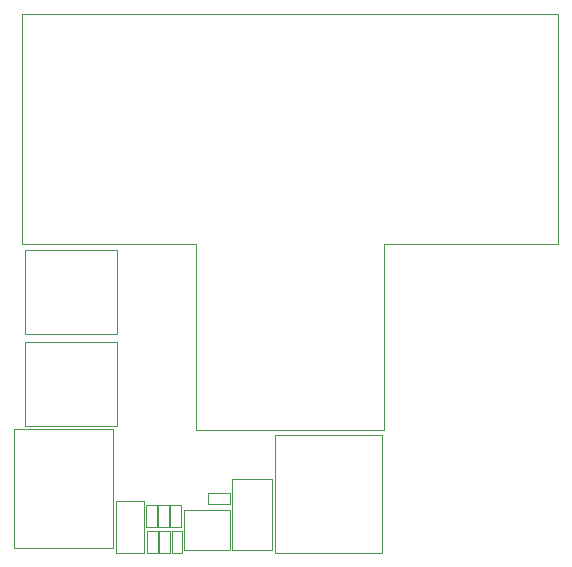
<source format=gbr>
%TF.GenerationSoftware,KiCad,Pcbnew,8.99.0-3218-gdd8f7901b1*%
%TF.CreationDate,2025-01-23T14:21:22-05:00*%
%TF.ProjectId,hack_matrix,6861636b-5f6d-4617-9472-69782e6b6963,rev?*%
%TF.SameCoordinates,Original*%
%TF.FileFunction,Other,User*%
%FSLAX46Y46*%
G04 Gerber Fmt 4.6, Leading zero omitted, Abs format (unit mm)*
G04 Created by KiCad (PCBNEW 8.99.0-3218-gdd8f7901b1) date 2025-01-23 14:21:22*
%MOMM*%
%LPD*%
G01*
G04 APERTURE LIST*
%ADD10C,0.050000*%
%ADD11C,0.100000*%
G04 APERTURE END LIST*
D10*
%TO.C,U6*%
X166849154Y-47446561D02*
X212249154Y-47446561D01*
X166849154Y-66946561D02*
X166849154Y-47446561D01*
X181599154Y-66946561D02*
X166849154Y-66946561D01*
X181599154Y-82696561D02*
X181599154Y-66946561D01*
X197499154Y-66946561D02*
X197499154Y-82696561D01*
X197499154Y-66946561D02*
X212249154Y-66946561D01*
X197499154Y-82696561D02*
X181599154Y-82696561D01*
X212249154Y-66946561D02*
X212249154Y-47446561D01*
%TO.C,U5*%
X167090000Y-67450000D02*
X167090000Y-74550000D01*
X167090000Y-67450000D02*
X174910000Y-67450000D01*
X167090000Y-74550000D02*
X174910000Y-74550000D01*
X174910000Y-67450000D02*
X174910000Y-74550000D01*
%TO.C,C5*%
X179363587Y-89081430D02*
X180283587Y-89081430D01*
X179363587Y-90901430D02*
X179363587Y-89081430D01*
X180283587Y-89081430D02*
X180283587Y-90901430D01*
X180283587Y-90901430D02*
X179363587Y-90901430D01*
%TO.C,J1*%
X166150000Y-82597570D02*
X166150000Y-92647570D01*
X166150000Y-92647570D02*
X174570000Y-92647570D01*
X174570000Y-82597570D02*
X166150000Y-82597570D01*
X174570000Y-92647570D02*
X174570000Y-82597570D01*
%TO.C,C10*%
X182590000Y-88040000D02*
X184410000Y-88040000D01*
X182590000Y-88960000D02*
X182590000Y-88040000D01*
X184410000Y-88040000D02*
X184410000Y-88960000D01*
X184410000Y-88960000D02*
X182590000Y-88960000D01*
%TO.C,U1*%
X167090000Y-75248396D02*
X167090000Y-82348396D01*
X167090000Y-75248396D02*
X174910000Y-75248396D01*
X167090000Y-82348396D02*
X174910000Y-82348396D01*
X174910000Y-75248396D02*
X174910000Y-82348396D01*
%TO.C,SW2*%
X184581235Y-86853738D02*
X184581235Y-92853738D01*
X184581235Y-92853738D02*
X187981235Y-92853738D01*
X187981235Y-86853738D02*
X184581235Y-86853738D01*
X187981235Y-92853738D02*
X187981235Y-86853738D01*
%TO.C,U3*%
X180580000Y-89465677D02*
X180580000Y-92865677D01*
X180580000Y-92865677D02*
X184420000Y-92865677D01*
X184420000Y-89465677D02*
X180580000Y-89465677D01*
X184420000Y-92865677D02*
X184420000Y-89465677D01*
%TO.C,D1*%
X174831590Y-93117116D02*
X174831590Y-88717116D01*
X177131590Y-88717116D02*
X174831590Y-88717116D01*
X177131590Y-88717116D02*
X177131590Y-93117116D01*
X177131590Y-93117116D02*
X174831590Y-93117116D01*
%TO.C,C3*%
X178455544Y-91279385D02*
X179375544Y-91279385D01*
X178455544Y-93099385D02*
X178455544Y-91279385D01*
X179375544Y-91279385D02*
X179375544Y-93099385D01*
X179375544Y-93099385D02*
X178455544Y-93099385D01*
%TO.C,J2*%
D11*
X188216183Y-93102955D02*
X197316183Y-93102955D01*
X197316183Y-83102955D01*
X188216183Y-83102955D01*
X188216183Y-93102955D01*
D10*
%TO.C,C6*%
X179498278Y-91278128D02*
X180418278Y-91278128D01*
X179498278Y-93098128D02*
X179498278Y-91278128D01*
X180418278Y-91278128D02*
X180418278Y-93098128D01*
X180418278Y-93098128D02*
X179498278Y-93098128D01*
%TO.C,R2*%
X177314613Y-89060000D02*
X178254613Y-89060000D01*
X177314613Y-90920000D02*
X177314613Y-89060000D01*
X178254613Y-89060000D02*
X178254613Y-90920000D01*
X178254613Y-90920000D02*
X177314613Y-90920000D01*
%TO.C,R1*%
X178314613Y-89060000D02*
X179254613Y-89060000D01*
X178314613Y-90920000D02*
X178314613Y-89060000D01*
X179254613Y-89060000D02*
X179254613Y-90920000D01*
X179254613Y-90920000D02*
X178314613Y-90920000D01*
%TO.C,C4*%
X177411743Y-91281559D02*
X178331743Y-91281559D01*
X177411743Y-93101559D02*
X177411743Y-91281559D01*
X178331743Y-91281559D02*
X178331743Y-93101559D01*
X178331743Y-93101559D02*
X177411743Y-93101559D01*
%TD*%
M02*

</source>
